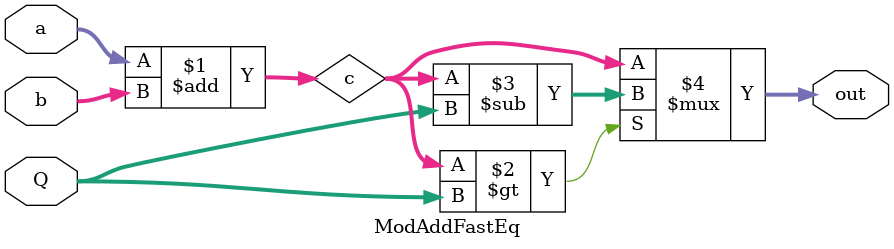
<source format=v>
`timescale 1ns / 1ps

module ModAddFastEq
#(
    parameter DATA_WIDTH = 32,
    parameter n_WIDTH = 8
)
(
    // input wire clk,
    // input wire rst,
    // input wire start,
    input wire signed [DATA_WIDTH-1:0] a,
    input wire signed [DATA_WIDTH-1:0] b,
    input wire signed [DATA_WIDTH-1:0] Q,
    output wire signed [DATA_WIDTH-1:0] out
    // output wire ready,
    // output wire done
);

    // Wire
    wire signed [DATA_WIDTH-1:0] c ;

    assign c = a + b ;
    assign out = (c > Q) ? (c-Q) : c;


endmodule
</source>
